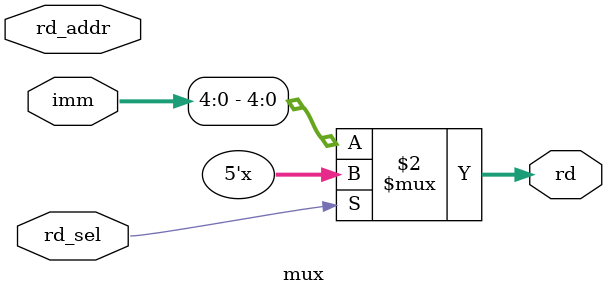
<source format=v>
module mux(imm,rd_addr,rd,rd_sel);

input wire [31:0]imm;
input wire [4:0]rd_addr;
input wire rd_sel;
output reg [4:0]rd;

always @(*) begin

  rd = rd_sel ? rd : imm[4:0];

end


endmodule
</source>
